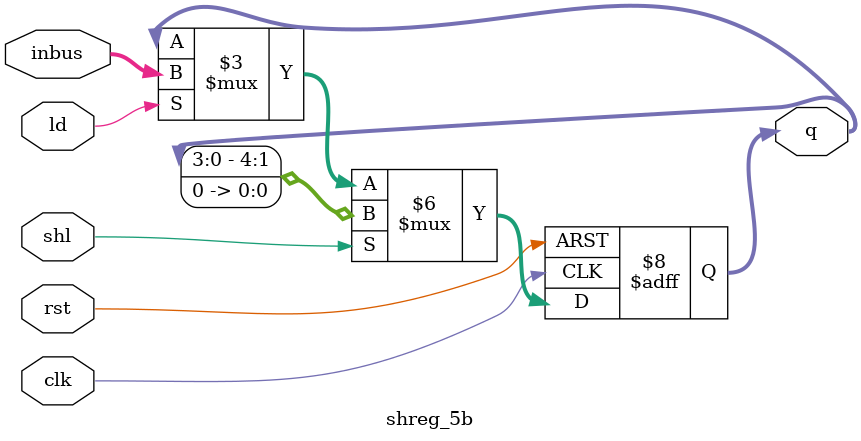
<source format=v>
module shreg_5b (input clk, rst, shl, ld, input [4:0] inbus, output reg [4:0] q);
    always @(posedge clk, posedge rst) begin
        if (rst) q <= 0;
        else if (shl) q <= q << 1;
        else if (ld) q <= inbus;
        end
endmodule


</source>
